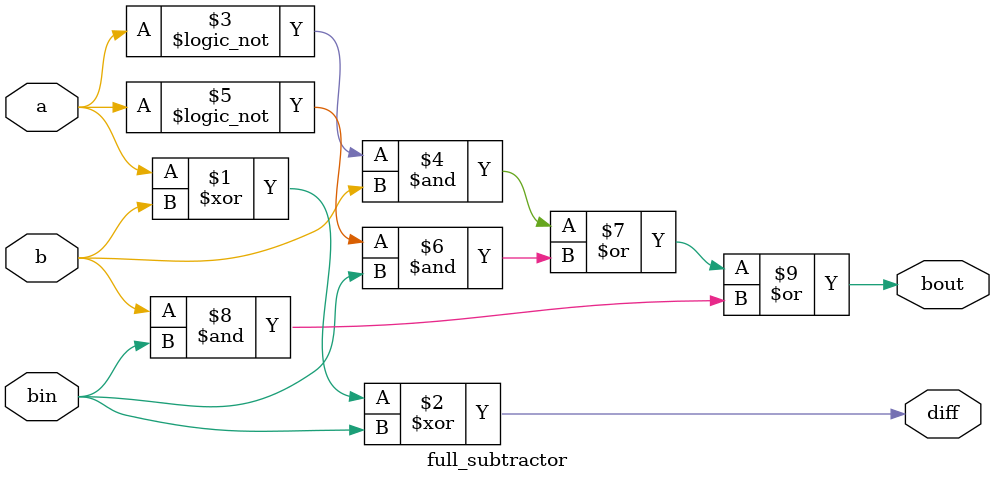
<source format=v>
`timescale 1ns / 1ps

module full_subtractor (
    input a,        
    input b,        
    input bin,      
    output diff,    
    output bout
);
assign diff = a^b^bin;
assign bout= (!a&b)|(!a&bin)|(b&bin);
endmodule


</source>
